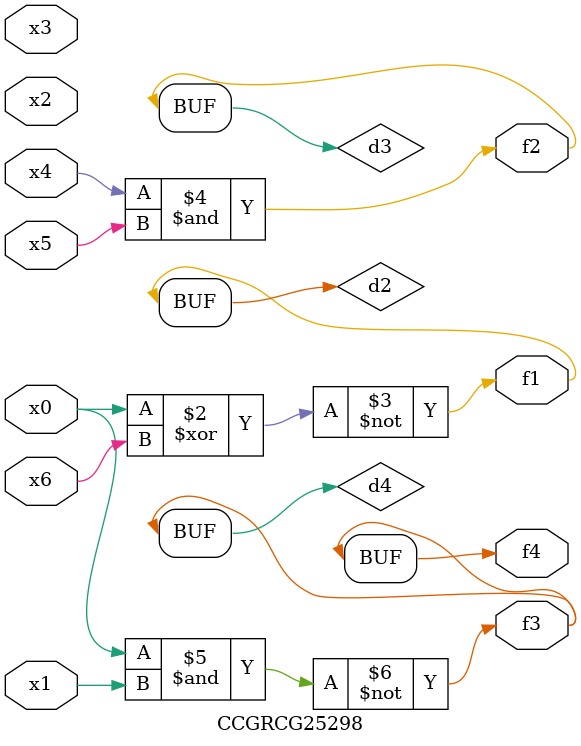
<source format=v>
module CCGRCG25298(
	input x0, x1, x2, x3, x4, x5, x6,
	output f1, f2, f3, f4
);

	wire d1, d2, d3, d4;

	nor (d1, x0);
	xnor (d2, x0, x6);
	and (d3, x4, x5);
	nand (d4, x0, x1);
	assign f1 = d2;
	assign f2 = d3;
	assign f3 = d4;
	assign f4 = d4;
endmodule

</source>
